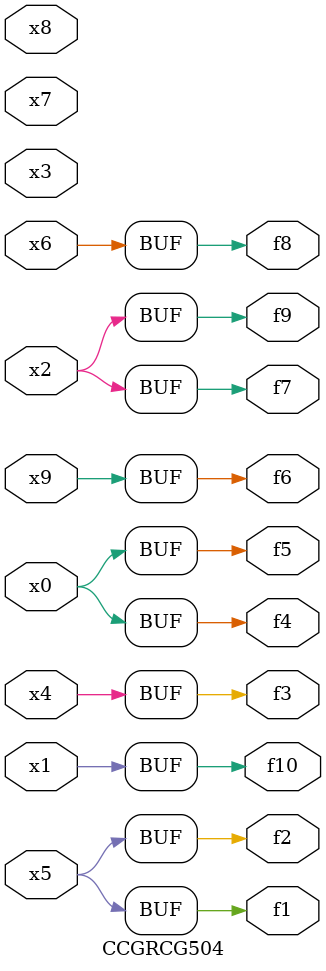
<source format=v>
module CCGRCG504(
	input x0, x1, x2, x3, x4, x5, x6, x7, x8, x9,
	output f1, f2, f3, f4, f5, f6, f7, f8, f9, f10
);
	assign f1 = x5;
	assign f2 = x5;
	assign f3 = x4;
	assign f4 = x0;
	assign f5 = x0;
	assign f6 = x9;
	assign f7 = x2;
	assign f8 = x6;
	assign f9 = x2;
	assign f10 = x1;
endmodule

</source>
